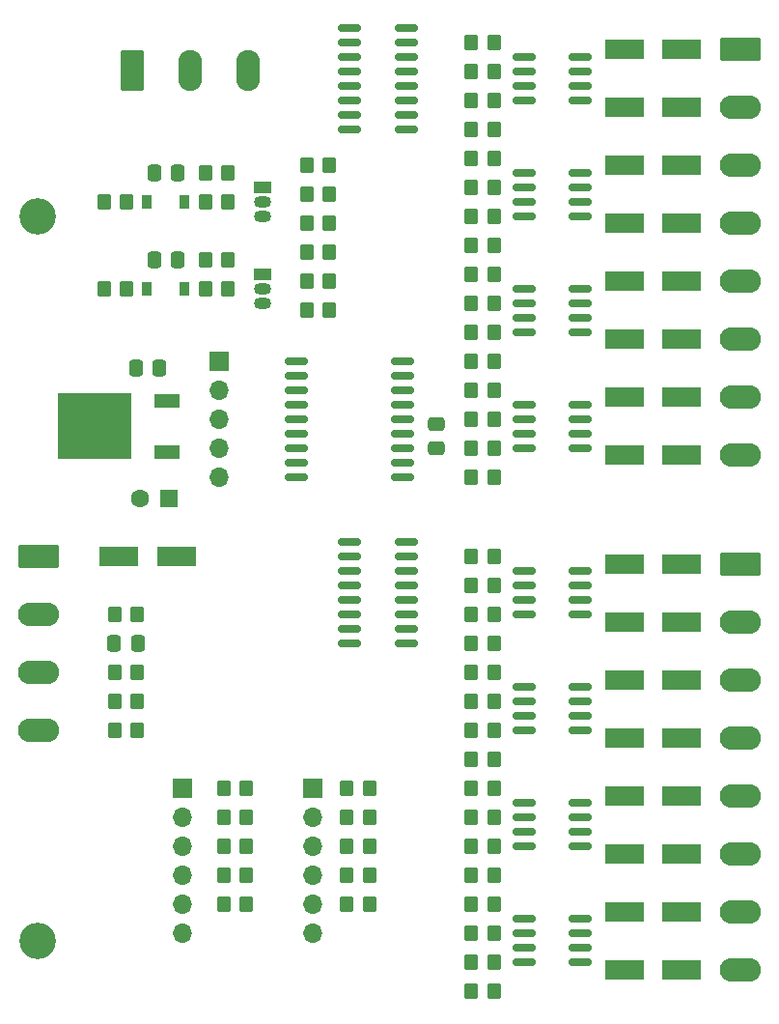
<source format=gbr>
%TF.GenerationSoftware,KiCad,Pcbnew,(5.99.0-9393-ga28cb98626)*%
%TF.CreationDate,2021-05-07T15:11:42-07:00*%
%TF.ProjectId,R_Switch,525f5377-6974-4636-982e-6b696361645f,B*%
%TF.SameCoordinates,Original*%
%TF.FileFunction,Soldermask,Top*%
%TF.FilePolarity,Negative*%
%FSLAX46Y46*%
G04 Gerber Fmt 4.6, Leading zero omitted, Abs format (unit mm)*
G04 Created by KiCad (PCBNEW (5.99.0-9393-ga28cb98626)) date 2021-05-07 15:11:42*
%MOMM*%
%LPD*%
G01*
G04 APERTURE LIST*
G04 Aperture macros list*
%AMRoundRect*
0 Rectangle with rounded corners*
0 $1 Rounding radius*
0 $2 $3 $4 $5 $6 $7 $8 $9 X,Y pos of 4 corners*
0 Add a 4 corners polygon primitive as box body*
4,1,4,$2,$3,$4,$5,$6,$7,$8,$9,$2,$3,0*
0 Add four circle primitives for the rounded corners*
1,1,$1+$1,$2,$3*
1,1,$1+$1,$4,$5*
1,1,$1+$1,$6,$7*
1,1,$1+$1,$8,$9*
0 Add four rect primitives between the rounded corners*
20,1,$1+$1,$2,$3,$4,$5,0*
20,1,$1+$1,$4,$5,$6,$7,0*
20,1,$1+$1,$6,$7,$8,$9,0*
20,1,$1+$1,$8,$9,$2,$3,0*%
G04 Aperture macros list end*
%ADD10RoundRect,0.150000X-0.825000X-0.150000X0.825000X-0.150000X0.825000X0.150000X-0.825000X0.150000X0*%
%ADD11R,3.500000X1.800000*%
%ADD12RoundRect,0.250000X-0.350000X-0.450000X0.350000X-0.450000X0.350000X0.450000X-0.350000X0.450000X0*%
%ADD13RoundRect,0.150000X-0.875000X-0.150000X0.875000X-0.150000X0.875000X0.150000X-0.875000X0.150000X0*%
%ADD14RoundRect,0.250000X0.350000X0.450000X-0.350000X0.450000X-0.350000X-0.450000X0.350000X-0.450000X0*%
%ADD15R,1.700000X1.700000*%
%ADD16O,1.700000X1.700000*%
%ADD17C,3.200000*%
%ADD18RoundRect,0.250000X-0.475000X0.337500X-0.475000X-0.337500X0.475000X-0.337500X0.475000X0.337500X0*%
%ADD19R,1.500000X1.050000*%
%ADD20O,1.500000X1.050000*%
%ADD21R,0.900000X1.200000*%
%ADD22R,2.200000X1.200000*%
%ADD23R,6.400000X5.800000*%
%ADD24R,1.600000X1.600000*%
%ADD25C,1.600000*%
%ADD26RoundRect,0.250000X0.337500X0.475000X-0.337500X0.475000X-0.337500X-0.475000X0.337500X-0.475000X0*%
%ADD27RoundRect,0.150000X-0.850000X-0.150000X0.850000X-0.150000X0.850000X0.150000X-0.850000X0.150000X0*%
%ADD28RoundRect,0.249999X-1.550001X0.790001X-1.550001X-0.790001X1.550001X-0.790001X1.550001X0.790001X0*%
%ADD29O,3.600000X2.080000*%
%ADD30RoundRect,0.249999X-0.790001X-1.550001X0.790001X-1.550001X0.790001X1.550001X-0.790001X1.550001X0*%
%ADD31O,2.080000X3.600000*%
G04 APERTURE END LIST*
D10*
%TO.C,Q7*%
X167705000Y-116205000D03*
X167705000Y-117475000D03*
X167705000Y-118745000D03*
X167705000Y-120015000D03*
X172655000Y-120015000D03*
X172655000Y-118745000D03*
X172655000Y-117475000D03*
X172655000Y-116205000D03*
%TD*%
D11*
%TO.C,D20*%
X181570000Y-100330000D03*
X176570000Y-100330000D03*
%TD*%
D12*
%TO.C,R69*%
X139750000Y-68580000D03*
X141750000Y-68580000D03*
%TD*%
%TO.C,R28*%
X163100000Y-120015000D03*
X165100000Y-120015000D03*
%TD*%
%TO.C,R63*%
X152173775Y-122555000D03*
X154173775Y-122555000D03*
%TD*%
D13*
%TO.C,U1*%
X147750000Y-77470000D03*
X147750000Y-78740000D03*
X147750000Y-80010000D03*
X147750000Y-81280000D03*
X147750000Y-82550000D03*
X147750000Y-83820000D03*
X147750000Y-85090000D03*
X147750000Y-86360000D03*
X147750000Y-87630000D03*
X157050000Y-87630000D03*
X157050000Y-86360000D03*
X157050000Y-85090000D03*
X157050000Y-83820000D03*
X157050000Y-82550000D03*
X157050000Y-81280000D03*
X157050000Y-80010000D03*
X157050000Y-78740000D03*
X157050000Y-77470000D03*
%TD*%
D12*
%TO.C,R64*%
X139750000Y-60960000D03*
X141750000Y-60960000D03*
%TD*%
D14*
%TO.C,R17*%
X165100000Y-104775000D03*
X163100000Y-104775000D03*
%TD*%
%TO.C,R39*%
X165100000Y-49530000D03*
X163100000Y-49530000D03*
%TD*%
D11*
%TO.C,D43*%
X181570000Y-50165000D03*
X176570000Y-50165000D03*
%TD*%
%TO.C,D48*%
X181570000Y-75565000D03*
X176570000Y-75565000D03*
%TD*%
D14*
%TO.C,R46*%
X165100000Y-87630000D03*
X163100000Y-87630000D03*
%TD*%
D12*
%TO.C,R23*%
X163100000Y-97155000D03*
X165100000Y-97155000D03*
%TD*%
D14*
%TO.C,R65*%
X132860000Y-63500000D03*
X130860000Y-63500000D03*
%TD*%
D11*
%TO.C,D49*%
X181570000Y-80645000D03*
X176570000Y-80645000D03*
%TD*%
D14*
%TO.C,R5*%
X143378775Y-125095000D03*
X141378775Y-125095000D03*
%TD*%
D12*
%TO.C,R60*%
X152173775Y-114935000D03*
X154173775Y-114935000D03*
%TD*%
%TO.C,R74*%
X148640000Y-60325000D03*
X150640000Y-60325000D03*
%TD*%
D11*
%TO.C,D21*%
X181570000Y-105410000D03*
X176570000Y-105410000D03*
%TD*%
D14*
%TO.C,R72*%
X150640000Y-70485000D03*
X148640000Y-70485000D03*
%TD*%
D12*
%TO.C,R53*%
X163100000Y-82550000D03*
X165100000Y-82550000D03*
%TD*%
D10*
%TO.C,Q2*%
X167705000Y-60960000D03*
X167705000Y-62230000D03*
X167705000Y-63500000D03*
X167705000Y-64770000D03*
X172655000Y-64770000D03*
X172655000Y-63500000D03*
X172655000Y-62230000D03*
X172655000Y-60960000D03*
%TD*%
D12*
%TO.C,R48*%
X163100000Y-54610000D03*
X165100000Y-54610000D03*
%TD*%
D11*
%TO.C,D26*%
X181570000Y-130810000D03*
X176570000Y-130810000D03*
%TD*%
D12*
%TO.C,R47*%
X163100000Y-52070000D03*
X165100000Y-52070000D03*
%TD*%
D10*
%TO.C,Q4*%
X167705000Y-81280000D03*
X167705000Y-82550000D03*
X167705000Y-83820000D03*
X167705000Y-85090000D03*
X172655000Y-85090000D03*
X172655000Y-83820000D03*
X172655000Y-82550000D03*
X172655000Y-81280000D03*
%TD*%
D11*
%TO.C,D24*%
X181570000Y-120650000D03*
X176570000Y-120650000D03*
%TD*%
%TO.C,D25*%
X181570000Y-125730000D03*
X176570000Y-125730000D03*
%TD*%
D14*
%TO.C,R16*%
X165100000Y-102235000D03*
X163100000Y-102235000D03*
%TD*%
%TO.C,R57*%
X133802500Y-107315000D03*
X131802500Y-107315000D03*
%TD*%
%TO.C,R45*%
X165100000Y-80010000D03*
X163100000Y-80010000D03*
%TD*%
D15*
%TO.C,J3*%
X137795000Y-114935000D03*
D16*
X137795000Y-117475000D03*
X137795000Y-120015000D03*
X137795000Y-122555000D03*
X137795000Y-125095000D03*
X137795000Y-127635000D03*
%TD*%
D14*
%TO.C,R18*%
X165100000Y-112395000D03*
X163100000Y-112395000D03*
%TD*%
%TO.C,R19*%
X165100000Y-114935000D03*
X163100000Y-114935000D03*
%TD*%
D11*
%TO.C,D22*%
X181570000Y-110490000D03*
X176570000Y-110490000D03*
%TD*%
D12*
%TO.C,R68*%
X148640000Y-65405000D03*
X150640000Y-65405000D03*
%TD*%
D17*
%TO.C,H2*%
X125095000Y-128270000D03*
%TD*%
D12*
%TO.C,R62*%
X152173775Y-120015000D03*
X154173775Y-120015000D03*
%TD*%
D18*
%TO.C,C3*%
X160020000Y-83015000D03*
X160020000Y-85090000D03*
%TD*%
D12*
%TO.C,R52*%
X163100000Y-74930000D03*
X165100000Y-74930000D03*
%TD*%
D15*
%TO.C,J2*%
X149225000Y-114935000D03*
D16*
X149225000Y-117475000D03*
X149225000Y-120015000D03*
X149225000Y-122555000D03*
X149225000Y-125095000D03*
X149225000Y-127635000D03*
%TD*%
D19*
%TO.C,Q10*%
X144822500Y-69850000D03*
D20*
X144822500Y-71120000D03*
X144822500Y-72390000D03*
%TD*%
D12*
%TO.C,R50*%
X163100000Y-64770000D03*
X165100000Y-64770000D03*
%TD*%
D14*
%TO.C,R56*%
X133802500Y-99695000D03*
X131802500Y-99695000D03*
%TD*%
D11*
%TO.C,D23*%
X181570000Y-115570000D03*
X176570000Y-115570000D03*
%TD*%
D12*
%TO.C,R75*%
X148640000Y-67945000D03*
X150640000Y-67945000D03*
%TD*%
D14*
%TO.C,R58*%
X133802500Y-109855000D03*
X131802500Y-109855000D03*
%TD*%
D21*
%TO.C,D51*%
X134655000Y-63500000D03*
X137955000Y-63500000D03*
%TD*%
D10*
%TO.C,Q8*%
X167705000Y-126365000D03*
X167705000Y-127635000D03*
X167705000Y-128905000D03*
X167705000Y-130175000D03*
X172655000Y-130175000D03*
X172655000Y-128905000D03*
X172655000Y-127635000D03*
X172655000Y-126365000D03*
%TD*%
D11*
%TO.C,D19*%
X181570000Y-95250000D03*
X176570000Y-95250000D03*
%TD*%
D22*
%TO.C,U2*%
X136367501Y-85465000D03*
D23*
X130067501Y-83185000D03*
D22*
X136367501Y-80905000D03*
%TD*%
D12*
%TO.C,R27*%
X163100000Y-117475000D03*
X165100000Y-117475000D03*
%TD*%
D14*
%TO.C,R71*%
X141750000Y-71120000D03*
X139750000Y-71120000D03*
%TD*%
D21*
%TO.C,D52*%
X134655000Y-71120000D03*
X137955000Y-71120000D03*
%TD*%
D24*
%TO.C,C1*%
X136547613Y-89535000D03*
D25*
X134047613Y-89535000D03*
%TD*%
D14*
%TO.C,R70*%
X132860000Y-71120000D03*
X130860000Y-71120000D03*
%TD*%
D11*
%TO.C,D1*%
X137207500Y-94615000D03*
X132207500Y-94615000D03*
%TD*%
D14*
%TO.C,R22*%
X165100000Y-132715000D03*
X163100000Y-132715000D03*
%TD*%
D11*
%TO.C,D44*%
X181570000Y-55245000D03*
X176570000Y-55245000D03*
%TD*%
D14*
%TO.C,R55*%
X133802500Y-104775000D03*
X131802500Y-104775000D03*
%TD*%
D12*
%TO.C,R26*%
X163100000Y-109855000D03*
X165100000Y-109855000D03*
%TD*%
D26*
%TO.C,C2*%
X135745001Y-78105000D03*
X133670001Y-78105000D03*
%TD*%
D10*
%TO.C,Q6*%
X167705000Y-106045000D03*
X167705000Y-107315000D03*
X167705000Y-108585000D03*
X167705000Y-109855000D03*
X172655000Y-109855000D03*
X172655000Y-108585000D03*
X172655000Y-107315000D03*
X172655000Y-106045000D03*
%TD*%
D12*
%TO.C,R24*%
X163100000Y-99695000D03*
X165100000Y-99695000D03*
%TD*%
D27*
%TO.C,U4*%
X152440000Y-93345000D03*
X152440000Y-94615000D03*
X152440000Y-95885000D03*
X152440000Y-97155000D03*
X152440000Y-98425000D03*
X152440000Y-99695000D03*
X152440000Y-100965000D03*
X152440000Y-102235000D03*
X157440000Y-102235000D03*
X157440000Y-100965000D03*
X157440000Y-99695000D03*
X157440000Y-98425000D03*
X157440000Y-97155000D03*
X157440000Y-95885000D03*
X157440000Y-94615000D03*
X157440000Y-93345000D03*
%TD*%
D11*
%TO.C,D50*%
X181570000Y-85725000D03*
X176570000Y-85725000D03*
%TD*%
D19*
%TO.C,Q9*%
X144822500Y-62230000D03*
D20*
X144822500Y-63500000D03*
X144822500Y-64770000D03*
%TD*%
D14*
%TO.C,R1*%
X143378775Y-114935000D03*
X141378775Y-114935000D03*
%TD*%
D10*
%TO.C,Q3*%
X167705000Y-71120000D03*
X167705000Y-72390000D03*
X167705000Y-73660000D03*
X167705000Y-74930000D03*
X172655000Y-74930000D03*
X172655000Y-73660000D03*
X172655000Y-72390000D03*
X172655000Y-71120000D03*
%TD*%
D14*
%TO.C,R3*%
X143378775Y-120015000D03*
X141378775Y-120015000D03*
%TD*%
D11*
%TO.C,D46*%
X181570000Y-65405000D03*
X176570000Y-65405000D03*
%TD*%
D14*
%TO.C,R44*%
X165100000Y-77470000D03*
X163100000Y-77470000D03*
%TD*%
%TO.C,R20*%
X165100000Y-122555000D03*
X163100000Y-122555000D03*
%TD*%
D12*
%TO.C,R61*%
X152173775Y-117475000D03*
X154173775Y-117475000D03*
%TD*%
%TO.C,R73*%
X148640000Y-73025000D03*
X150640000Y-73025000D03*
%TD*%
D11*
%TO.C,D47*%
X181570000Y-70485000D03*
X176570000Y-70485000D03*
%TD*%
D14*
%TO.C,R4*%
X143378775Y-122555000D03*
X141378775Y-122555000D03*
%TD*%
D12*
%TO.C,R51*%
X163100000Y-72390000D03*
X165100000Y-72390000D03*
%TD*%
D14*
%TO.C,R42*%
X165100000Y-67310000D03*
X163100000Y-67310000D03*
%TD*%
D26*
%TO.C,C6*%
X137342500Y-68580000D03*
X135267500Y-68580000D03*
%TD*%
D12*
%TO.C,R29*%
X163100000Y-127635000D03*
X165100000Y-127635000D03*
%TD*%
D14*
%TO.C,R40*%
X165100000Y-57150000D03*
X163100000Y-57150000D03*
%TD*%
D26*
%TO.C,C4*%
X133840000Y-102235000D03*
X131765000Y-102235000D03*
%TD*%
D14*
%TO.C,R66*%
X141750000Y-63500000D03*
X139750000Y-63500000D03*
%TD*%
D10*
%TO.C,Q1*%
X167705000Y-50800000D03*
X167705000Y-52070000D03*
X167705000Y-53340000D03*
X167705000Y-54610000D03*
X172655000Y-54610000D03*
X172655000Y-53340000D03*
X172655000Y-52070000D03*
X172655000Y-50800000D03*
%TD*%
%TO.C,Q5*%
X167705000Y-95885000D03*
X167705000Y-97155000D03*
X167705000Y-98425000D03*
X167705000Y-99695000D03*
X172655000Y-99695000D03*
X172655000Y-98425000D03*
X172655000Y-97155000D03*
X172655000Y-95885000D03*
%TD*%
D12*
%TO.C,R49*%
X163100000Y-62230000D03*
X165100000Y-62230000D03*
%TD*%
%TO.C,R30*%
X163100000Y-130175000D03*
X165100000Y-130175000D03*
%TD*%
%TO.C,R25*%
X163100000Y-107315000D03*
X165100000Y-107315000D03*
%TD*%
D14*
%TO.C,R41*%
X165100000Y-59690000D03*
X163100000Y-59690000D03*
%TD*%
D15*
%TO.C,J4*%
X140970000Y-77475000D03*
D16*
X140970000Y-80015000D03*
X140970000Y-82555000D03*
X140970000Y-85095000D03*
X140970000Y-87635000D03*
%TD*%
D12*
%TO.C,R54*%
X163100000Y-85090000D03*
X165100000Y-85090000D03*
%TD*%
D11*
%TO.C,D45*%
X181570000Y-60325000D03*
X176570000Y-60325000D03*
%TD*%
D14*
%TO.C,R43*%
X165100000Y-69850000D03*
X163100000Y-69850000D03*
%TD*%
%TO.C,R67*%
X150640000Y-62865000D03*
X148640000Y-62865000D03*
%TD*%
%TO.C,R15*%
X165100000Y-94615000D03*
X163100000Y-94615000D03*
%TD*%
D26*
%TO.C,C5*%
X137342500Y-60960000D03*
X135267500Y-60960000D03*
%TD*%
D12*
%TO.C,R59*%
X152173775Y-125095000D03*
X154173775Y-125095000D03*
%TD*%
D14*
%TO.C,R2*%
X143378775Y-117475000D03*
X141378775Y-117475000D03*
%TD*%
D27*
%TO.C,U3*%
X152440000Y-48260000D03*
X152440000Y-49530000D03*
X152440000Y-50800000D03*
X152440000Y-52070000D03*
X152440000Y-53340000D03*
X152440000Y-54610000D03*
X152440000Y-55880000D03*
X152440000Y-57150000D03*
X157440000Y-57150000D03*
X157440000Y-55880000D03*
X157440000Y-54610000D03*
X157440000Y-53340000D03*
X157440000Y-52070000D03*
X157440000Y-50800000D03*
X157440000Y-49530000D03*
X157440000Y-48260000D03*
%TD*%
D17*
%TO.C,H1*%
X125095000Y-64770000D03*
%TD*%
D14*
%TO.C,R21*%
X165100000Y-125095000D03*
X163100000Y-125095000D03*
%TD*%
D28*
%TO.C,J5*%
X186690000Y-50165000D03*
D29*
X186690000Y-55245000D03*
X186690000Y-60325000D03*
X186690000Y-65405000D03*
X186690000Y-70485000D03*
X186690000Y-75565000D03*
X186690000Y-80645000D03*
X186690000Y-85725000D03*
%TD*%
D28*
%TO.C,J6*%
X186690000Y-95250000D03*
D29*
X186690000Y-100330000D03*
X186690000Y-105410000D03*
X186690000Y-110490000D03*
X186690000Y-115570000D03*
X186690000Y-120650000D03*
X186690000Y-125730000D03*
X186690000Y-130810000D03*
%TD*%
D30*
%TO.C,J7*%
X133350000Y-51982500D03*
D31*
X138430000Y-51982500D03*
X143510000Y-51982500D03*
%TD*%
D28*
%TO.C,J1*%
X125182500Y-94615000D03*
D29*
X125182500Y-99695000D03*
X125182500Y-104775000D03*
X125182500Y-109855000D03*
%TD*%
M02*

</source>
